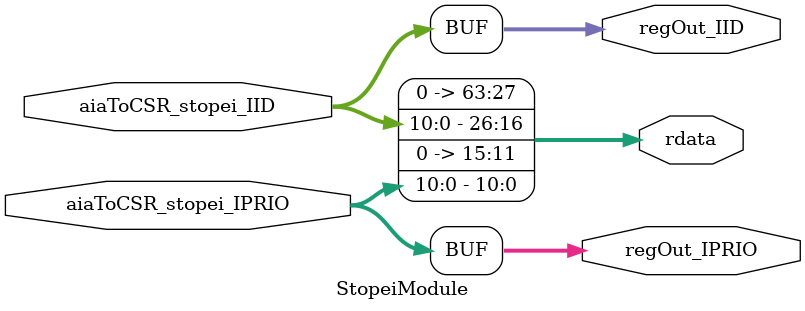
<source format=sv>
`ifndef RANDOMIZE
  `ifdef RANDOMIZE_MEM_INIT
    `define RANDOMIZE
  `endif // RANDOMIZE_MEM_INIT
`endif // not def RANDOMIZE
`ifndef RANDOMIZE
  `ifdef RANDOMIZE_REG_INIT
    `define RANDOMIZE
  `endif // RANDOMIZE_REG_INIT
`endif // not def RANDOMIZE

`ifndef RANDOM
  `define RANDOM $random
`endif // not def RANDOM

// Users can define INIT_RANDOM as general code that gets injected into the
// initializer block for modules with registers.
`ifndef INIT_RANDOM
  `define INIT_RANDOM
`endif // not def INIT_RANDOM

// If using random initialization, you can also define RANDOMIZE_DELAY to
// customize the delay used, otherwise 0.002 is used.
`ifndef RANDOMIZE_DELAY
  `define RANDOMIZE_DELAY 0.002
`endif // not def RANDOMIZE_DELAY

// Define INIT_RANDOM_PROLOG_ for use in our modules below.
`ifndef INIT_RANDOM_PROLOG_
  `ifdef RANDOMIZE
    `ifdef VERILATOR
      `define INIT_RANDOM_PROLOG_ `INIT_RANDOM
    `else  // VERILATOR
      `define INIT_RANDOM_PROLOG_ `INIT_RANDOM #`RANDOMIZE_DELAY begin end
    `endif // VERILATOR
  `else  // RANDOMIZE
    `define INIT_RANDOM_PROLOG_
  `endif // RANDOMIZE
`endif // not def INIT_RANDOM_PROLOG_

// Include register initializers in init blocks unless synthesis is set
`ifndef SYNTHESIS
  `ifndef ENABLE_INITIAL_REG_
    `define ENABLE_INITIAL_REG_
  `endif // not def ENABLE_INITIAL_REG_
`endif // not def SYNTHESIS

// Include rmemory initializers in init blocks unless synthesis is set
`ifndef SYNTHESIS
  `ifndef ENABLE_INITIAL_MEM_
    `define ENABLE_INITIAL_MEM_
  `endif // not def ENABLE_INITIAL_MEM_
`endif // not def SYNTHESIS

module StopeiModule(
  output [63:0] rdata,
  output [10:0] regOut_IID,
  output [10:0] regOut_IPRIO,
  input  [10:0] aiaToCSR_stopei_IID,
  input  [10:0] aiaToCSR_stopei_IPRIO
);

  assign rdata = {37'h0, aiaToCSR_stopei_IID, 5'h0, aiaToCSR_stopei_IPRIO};
  assign regOut_IID = aiaToCSR_stopei_IID;
  assign regOut_IPRIO = aiaToCSR_stopei_IPRIO;
endmodule


</source>
